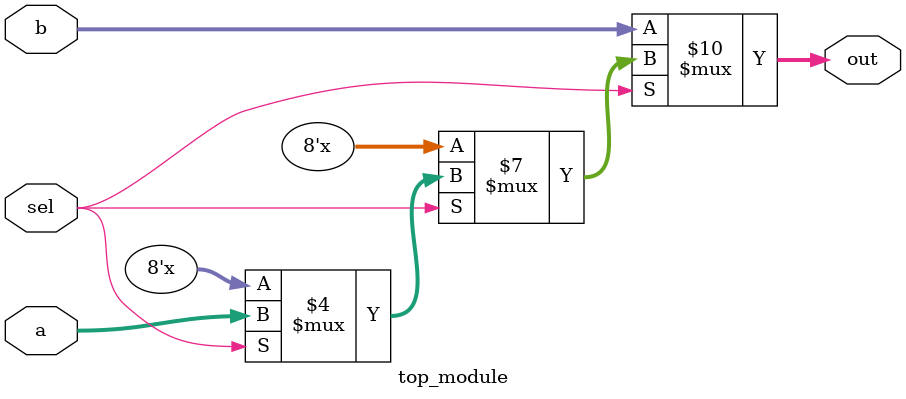
<source format=v>
module top_module (
    input sel,
    input [7:0] a,
    input [7:0] b,
    output [7:0] out  );

    always@(*)begin
        if(~sel)begin
            out = b;
        end
        else if (sel)begin
            out = a;
        end
    end

endmodule

</source>
